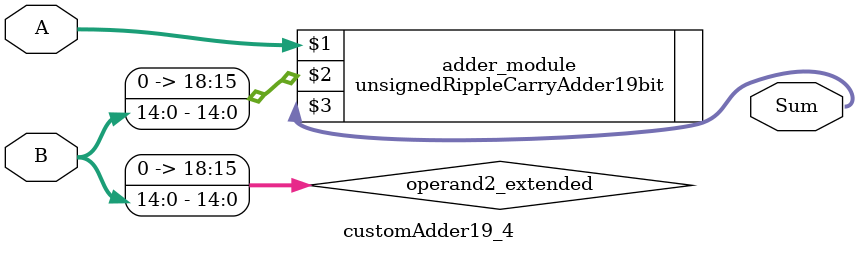
<source format=v>

module customAdder19_4(
                    input [18 : 0] A,
                    input [14 : 0] B,
                    
                    output [19 : 0] Sum
            );

    wire [18 : 0] operand2_extended;
    
    assign operand2_extended =  {4'b0, B};
    
    unsignedRippleCarryAdder19bit adder_module(
        A,
        operand2_extended,
        Sum
    );
    
endmodule
        
</source>
